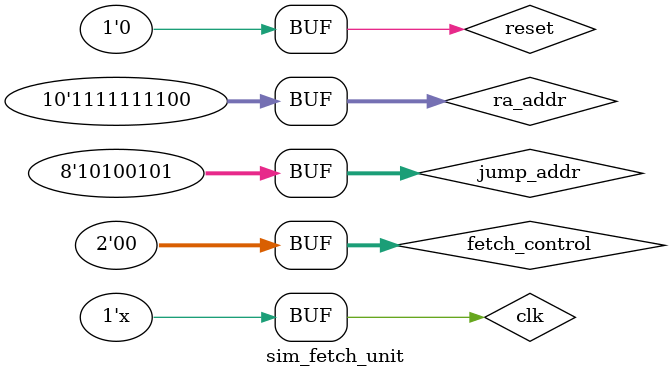
<source format=v>
`timescale 1ns / 1ps


module sim_fetch_unit;
    //input
    reg clk,reset;
//    reg clk,reset,return_en,jump_en;
    reg [1:0] fetch_control;
    reg [9:0]ra_addr;
    reg [7:0]jump_addr;
    wire [9:0] instr_rd_addr;

    fetch_unit uut(clk,reset,fetch_control, ra_addr,jump_addr,instr_rd_addr);
//    fetch_unit uut(clk,reset, ra_addr,return_en,jump_addr,jump_en,instr_rd_addr);
    
    initial begin
        clk = 0;
        reset = 1;
        fetch_control = 2'd0;
        ra_addr = 10'd0;
//        return_en = 0;
        jump_addr = 8'd0;
//        jump_en = 0;
    end
     
    always #5 clk = ~clk;
    initial begin
        #10 reset = 0;
//        #30 return_en = 1;
        #30 fetch_control = 2'b10;
        #1 ra_addr = 10'h3FC;
//        #9 return_en =0;
        #9 fetch_control = 2'b00;
//        #50 jump_en =1;
        #50 fetch_control = 2'b01;
        #1 jump_addr = 8'ha5;
        #9 fetch_control = 2'b11;
        #30 fetch_control = 2'b00;
//        #9 jump_en =0;
   end
   
endmodule

</source>
